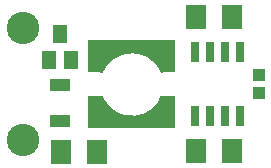
<source format=gts>
G04 EAGLE Gerber RS-274X export*
G75*
%MOMM*%
%FSLAX34Y34*%
%LPD*%
%INSoldermask Top*%
%IPPOS*%
%AMOC8*
5,1,8,0,0,1.08239X$1,22.5*%
G01*
%ADD10R,1.473200X1.473200*%
%ADD11C,0.040638*%
%ADD12R,1.203200X1.603200*%
%ADD13C,2.743200*%
%ADD14R,1.803200X2.103200*%
%ADD15R,0.753200X1.703200*%
%ADD16R,1.803200X1.103200*%
%ADD17R,1.003200X1.003200*%

G36*
X95749Y89258D02*
X95749Y89258D01*
X95848Y89272D01*
X95859Y89278D01*
X95871Y89280D01*
X95957Y89331D01*
X96045Y89379D01*
X96053Y89388D01*
X96064Y89395D01*
X96127Y89472D01*
X96193Y89548D01*
X96198Y89560D01*
X96205Y89569D01*
X96220Y89613D01*
X96265Y89721D01*
X97070Y92928D01*
X98369Y95912D01*
X100140Y98643D01*
X102336Y101046D01*
X104895Y103056D01*
X107750Y104620D01*
X110823Y105693D01*
X114030Y106248D01*
X117284Y106270D01*
X120550Y105749D01*
X120580Y105749D01*
X120728Y105746D01*
X123977Y106149D01*
X127199Y106041D01*
X130364Y105430D01*
X133395Y104331D01*
X136217Y102772D01*
X138760Y100790D01*
X140962Y98435D01*
X142768Y95765D01*
X144134Y92845D01*
X145041Y89699D01*
X145080Y89619D01*
X145114Y89537D01*
X145129Y89519D01*
X145140Y89498D01*
X145205Y89437D01*
X145265Y89371D01*
X145286Y89360D01*
X145303Y89344D01*
X145385Y89309D01*
X145465Y89268D01*
X145490Y89265D01*
X145510Y89257D01*
X145560Y89254D01*
X145650Y89241D01*
X157150Y89241D01*
X157215Y89252D01*
X157281Y89254D01*
X157324Y89272D01*
X157371Y89280D01*
X157428Y89314D01*
X157488Y89339D01*
X157523Y89370D01*
X157564Y89395D01*
X157606Y89446D01*
X157654Y89490D01*
X157676Y89532D01*
X157705Y89569D01*
X157726Y89631D01*
X157757Y89690D01*
X157765Y89744D01*
X157777Y89781D01*
X157776Y89821D01*
X157784Y89875D01*
X157784Y115875D01*
X157773Y115940D01*
X157771Y116006D01*
X157753Y116049D01*
X157745Y116096D01*
X157711Y116153D01*
X157686Y116213D01*
X157655Y116248D01*
X157630Y116289D01*
X157579Y116331D01*
X157535Y116379D01*
X157493Y116401D01*
X157456Y116430D01*
X157394Y116451D01*
X157335Y116482D01*
X157281Y116490D01*
X157244Y116502D01*
X157204Y116501D01*
X157150Y116509D01*
X84150Y116509D01*
X84085Y116498D01*
X84019Y116496D01*
X83976Y116478D01*
X83929Y116470D01*
X83872Y116436D01*
X83812Y116411D01*
X83777Y116380D01*
X83736Y116355D01*
X83695Y116304D01*
X83646Y116260D01*
X83624Y116218D01*
X83595Y116181D01*
X83574Y116119D01*
X83543Y116060D01*
X83535Y116006D01*
X83523Y115969D01*
X83524Y115929D01*
X83516Y115875D01*
X83516Y89875D01*
X83527Y89810D01*
X83529Y89744D01*
X83547Y89701D01*
X83555Y89654D01*
X83589Y89597D01*
X83614Y89537D01*
X83645Y89502D01*
X83670Y89461D01*
X83721Y89420D01*
X83765Y89371D01*
X83807Y89349D01*
X83844Y89320D01*
X83906Y89299D01*
X83965Y89268D01*
X84019Y89260D01*
X84056Y89248D01*
X84096Y89249D01*
X84150Y89241D01*
X95650Y89241D01*
X95749Y89258D01*
G37*
G36*
X157215Y42252D02*
X157215Y42252D01*
X157281Y42254D01*
X157324Y42272D01*
X157371Y42280D01*
X157428Y42314D01*
X157488Y42339D01*
X157523Y42370D01*
X157564Y42395D01*
X157606Y42446D01*
X157654Y42490D01*
X157676Y42532D01*
X157705Y42569D01*
X157726Y42631D01*
X157757Y42690D01*
X157765Y42744D01*
X157777Y42781D01*
X157776Y42821D01*
X157784Y42875D01*
X157784Y68875D01*
X157773Y68940D01*
X157771Y69006D01*
X157753Y69049D01*
X157745Y69096D01*
X157711Y69153D01*
X157686Y69213D01*
X157655Y69248D01*
X157630Y69289D01*
X157579Y69331D01*
X157535Y69379D01*
X157493Y69401D01*
X157456Y69430D01*
X157394Y69451D01*
X157335Y69482D01*
X157281Y69490D01*
X157244Y69502D01*
X157204Y69501D01*
X157150Y69509D01*
X145650Y69509D01*
X145551Y69492D01*
X145452Y69478D01*
X145441Y69472D01*
X145429Y69470D01*
X145343Y69419D01*
X145255Y69371D01*
X145247Y69362D01*
X145236Y69355D01*
X145173Y69278D01*
X145107Y69202D01*
X145102Y69190D01*
X145095Y69181D01*
X145080Y69137D01*
X145035Y69029D01*
X144230Y65822D01*
X142931Y62838D01*
X141160Y60107D01*
X138964Y57704D01*
X136405Y55694D01*
X133550Y54130D01*
X130477Y53057D01*
X127270Y52502D01*
X124016Y52480D01*
X120750Y53001D01*
X120721Y53001D01*
X120572Y53004D01*
X117323Y52601D01*
X114101Y52709D01*
X110936Y53320D01*
X107905Y54419D01*
X105083Y55978D01*
X102540Y57960D01*
X100338Y60315D01*
X98532Y62985D01*
X97166Y65905D01*
X96259Y69051D01*
X96220Y69131D01*
X96186Y69213D01*
X96171Y69231D01*
X96160Y69252D01*
X96095Y69313D01*
X96035Y69379D01*
X96014Y69390D01*
X95997Y69406D01*
X95915Y69441D01*
X95835Y69482D01*
X95810Y69485D01*
X95791Y69494D01*
X95740Y69496D01*
X95650Y69509D01*
X84150Y69509D01*
X84085Y69498D01*
X84019Y69496D01*
X83976Y69478D01*
X83929Y69470D01*
X83872Y69436D01*
X83812Y69411D01*
X83777Y69380D01*
X83736Y69355D01*
X83695Y69304D01*
X83646Y69260D01*
X83624Y69218D01*
X83595Y69181D01*
X83574Y69119D01*
X83543Y69060D01*
X83535Y69006D01*
X83523Y68969D01*
X83524Y68929D01*
X83516Y68875D01*
X83516Y42875D01*
X83527Y42810D01*
X83529Y42744D01*
X83547Y42701D01*
X83555Y42654D01*
X83589Y42597D01*
X83614Y42537D01*
X83645Y42502D01*
X83670Y42461D01*
X83721Y42420D01*
X83765Y42371D01*
X83807Y42349D01*
X83844Y42320D01*
X83906Y42299D01*
X83965Y42268D01*
X84019Y42260D01*
X84056Y42248D01*
X84096Y42249D01*
X84150Y42241D01*
X157150Y42241D01*
X157215Y42252D01*
G37*
D10*
X150650Y49375D03*
X150650Y109375D03*
D11*
X92444Y67580D02*
X95816Y68998D01*
X96083Y68394D01*
X96366Y67797D01*
X96663Y67208D01*
X96974Y66626D01*
X97300Y66051D01*
X97639Y65485D01*
X97992Y64927D01*
X98359Y64378D01*
X98738Y63838D01*
X99131Y63307D01*
X99537Y62786D01*
X99955Y62275D01*
X100386Y61775D01*
X100829Y61285D01*
X101283Y60806D01*
X101749Y60339D01*
X102227Y59882D01*
X102715Y59438D01*
X103214Y59006D01*
X103723Y58586D01*
X104243Y58178D01*
X104772Y57783D01*
X105311Y57402D01*
X105859Y57033D01*
X106415Y56678D01*
X106981Y56337D01*
X107554Y56010D01*
X108135Y55697D01*
X108724Y55398D01*
X109320Y55113D01*
X109922Y54843D01*
X110531Y54588D01*
X111146Y54348D01*
X111767Y54122D01*
X112393Y53912D01*
X113023Y53718D01*
X113659Y53539D01*
X114298Y53375D01*
X114942Y53227D01*
X115589Y53095D01*
X116239Y52978D01*
X116891Y52878D01*
X117546Y52793D01*
X118203Y52724D01*
X118861Y52672D01*
X119520Y52635D01*
X120180Y52615D01*
X120840Y52610D01*
X121500Y52622D01*
X122160Y52650D01*
X122819Y52694D01*
X123476Y52754D01*
X124132Y52830D01*
X124786Y52922D01*
X125437Y53030D01*
X126086Y53154D01*
X126731Y53293D01*
X127373Y53448D01*
X128010Y53619D01*
X128644Y53806D01*
X129272Y54007D01*
X129896Y54224D01*
X130514Y54456D01*
X131126Y54704D01*
X131732Y54966D01*
X132332Y55242D01*
X132924Y55534D01*
X133510Y55839D01*
X134087Y56159D01*
X134657Y56493D01*
X135218Y56840D01*
X135771Y57201D01*
X136315Y57576D01*
X136849Y57964D01*
X137374Y58364D01*
X137889Y58778D01*
X138393Y59203D01*
X138887Y59641D01*
X139371Y60091D01*
X139843Y60553D01*
X140304Y61025D01*
X140753Y61509D01*
X141190Y62004D01*
X141615Y62509D01*
X142027Y63025D01*
X142427Y63550D01*
X142814Y64085D01*
X143188Y64629D01*
X143548Y65183D01*
X143895Y65745D01*
X144228Y66315D01*
X144547Y66893D01*
X144852Y67478D01*
X145142Y68071D01*
X145418Y68671D01*
X145679Y69278D01*
X149066Y67898D01*
X149067Y67897D01*
X148771Y67208D01*
X148458Y66527D01*
X148129Y65853D01*
X147783Y65187D01*
X147421Y64530D01*
X147043Y63882D01*
X146650Y63244D01*
X146241Y62615D01*
X145817Y61996D01*
X145378Y61388D01*
X144924Y60791D01*
X144456Y60205D01*
X143974Y59631D01*
X143477Y59068D01*
X142967Y58518D01*
X142444Y57981D01*
X141908Y57456D01*
X141359Y56945D01*
X140798Y56447D01*
X140225Y55963D01*
X139641Y55493D01*
X139045Y55038D01*
X138438Y54597D01*
X137820Y54172D01*
X137193Y53761D01*
X136555Y53366D01*
X135908Y52986D01*
X135252Y52623D01*
X134588Y52276D01*
X133915Y51944D01*
X133234Y51630D01*
X132545Y51332D01*
X131850Y51051D01*
X131148Y50787D01*
X130440Y50540D01*
X129725Y50311D01*
X129006Y50099D01*
X128282Y49905D01*
X127553Y49729D01*
X126820Y49570D01*
X126083Y49429D01*
X125343Y49307D01*
X124600Y49202D01*
X123855Y49116D01*
X123108Y49047D01*
X122360Y48998D01*
X121611Y48966D01*
X120861Y48952D01*
X120111Y48957D01*
X119361Y48981D01*
X118612Y49022D01*
X117864Y49082D01*
X117118Y49160D01*
X116375Y49256D01*
X115633Y49371D01*
X114895Y49503D01*
X114160Y49653D01*
X113429Y49822D01*
X112703Y50008D01*
X111981Y50211D01*
X111264Y50433D01*
X110553Y50671D01*
X109848Y50927D01*
X109150Y51201D01*
X108458Y51491D01*
X107774Y51798D01*
X107097Y52121D01*
X106429Y52461D01*
X105769Y52817D01*
X105117Y53189D01*
X104475Y53577D01*
X103843Y53981D01*
X103221Y54399D01*
X102609Y54833D01*
X102008Y55282D01*
X101418Y55745D01*
X100840Y56223D01*
X100273Y56714D01*
X99719Y57219D01*
X99177Y57738D01*
X98648Y58269D01*
X98132Y58814D01*
X97629Y59370D01*
X97140Y59939D01*
X96666Y60520D01*
X96205Y61112D01*
X95759Y61715D01*
X95328Y62329D01*
X94912Y62953D01*
X94512Y63587D01*
X94127Y64231D01*
X93758Y64884D01*
X93405Y65545D01*
X93068Y66215D01*
X92747Y66894D01*
X92444Y67579D01*
X92798Y67729D01*
X93098Y67051D01*
X93415Y66382D01*
X93748Y65720D01*
X94096Y65067D01*
X94461Y64422D01*
X94841Y63787D01*
X95236Y63161D01*
X95647Y62544D01*
X96073Y61938D01*
X96513Y61343D01*
X96968Y60758D01*
X97437Y60185D01*
X97919Y59623D01*
X98416Y59074D01*
X98925Y58536D01*
X99448Y58011D01*
X99983Y57499D01*
X100530Y57001D01*
X101090Y56516D01*
X101661Y56044D01*
X102243Y55587D01*
X102837Y55144D01*
X103441Y54715D01*
X104055Y54302D01*
X104680Y53904D01*
X105313Y53521D01*
X105956Y53153D01*
X106608Y52802D01*
X107268Y52466D01*
X107937Y52147D01*
X108612Y51844D01*
X109295Y51557D01*
X109985Y51287D01*
X110681Y51035D01*
X111383Y50799D01*
X112091Y50580D01*
X112803Y50379D01*
X113521Y50196D01*
X114243Y50029D01*
X114968Y49881D01*
X115697Y49750D01*
X116429Y49637D01*
X117163Y49542D01*
X117900Y49465D01*
X118638Y49406D01*
X119378Y49365D01*
X120118Y49342D01*
X120858Y49337D01*
X121599Y49351D01*
X122339Y49382D01*
X123078Y49431D01*
X123815Y49499D01*
X124551Y49584D01*
X125284Y49687D01*
X126015Y49808D01*
X126742Y49947D01*
X127466Y50104D01*
X128186Y50278D01*
X128901Y50470D01*
X129612Y50679D01*
X130317Y50905D01*
X131016Y51149D01*
X131709Y51409D01*
X132396Y51687D01*
X133076Y51981D01*
X133748Y52292D01*
X134412Y52618D01*
X135069Y52961D01*
X135717Y53320D01*
X136355Y53695D01*
X136985Y54085D01*
X137605Y54490D01*
X138214Y54911D01*
X138814Y55346D01*
X139402Y55796D01*
X139979Y56259D01*
X140545Y56737D01*
X141099Y57229D01*
X141641Y57734D01*
X142170Y58251D01*
X142687Y58782D01*
X143190Y59325D01*
X143681Y59881D01*
X144157Y60448D01*
X144619Y61026D01*
X145067Y61616D01*
X145501Y62216D01*
X145920Y62827D01*
X146324Y63448D01*
X146712Y64078D01*
X147085Y64718D01*
X147442Y65367D01*
X147784Y66024D01*
X148109Y66689D01*
X148418Y67362D01*
X148710Y68043D01*
X148353Y68188D01*
X148065Y67516D01*
X147760Y66852D01*
X147439Y66195D01*
X147102Y65546D01*
X146749Y64906D01*
X146381Y64274D01*
X145997Y63652D01*
X145598Y63039D01*
X145185Y62436D01*
X144757Y61843D01*
X144314Y61261D01*
X143858Y60690D01*
X143388Y60130D01*
X142904Y59582D01*
X142407Y59046D01*
X141897Y58522D01*
X141374Y58011D01*
X140839Y57512D01*
X140292Y57027D01*
X139734Y56556D01*
X139164Y56098D01*
X138583Y55654D01*
X137991Y55224D01*
X137389Y54809D01*
X136777Y54409D01*
X136156Y54024D01*
X135525Y53654D01*
X134885Y53300D01*
X134237Y52961D01*
X133581Y52639D01*
X132918Y52332D01*
X132247Y52042D01*
X131569Y51768D01*
X130884Y51511D01*
X130194Y51270D01*
X129498Y51047D01*
X128796Y50840D01*
X128090Y50651D01*
X127380Y50479D01*
X126665Y50324D01*
X125947Y50187D01*
X125226Y50068D01*
X124502Y49966D01*
X123775Y49882D01*
X123047Y49815D01*
X122318Y49766D01*
X121587Y49736D01*
X120856Y49722D01*
X120125Y49727D01*
X119394Y49750D01*
X118664Y49790D01*
X117936Y49849D01*
X117208Y49925D01*
X116483Y50019D01*
X115761Y50130D01*
X115041Y50259D01*
X114325Y50406D01*
X113612Y50570D01*
X112904Y50751D01*
X112200Y50950D01*
X111502Y51165D01*
X110809Y51398D01*
X110122Y51647D01*
X109441Y51914D01*
X108766Y52196D01*
X108099Y52495D01*
X107440Y52811D01*
X106788Y53142D01*
X106144Y53489D01*
X105510Y53852D01*
X104884Y54230D01*
X104267Y54623D01*
X103661Y55031D01*
X103064Y55454D01*
X102479Y55892D01*
X101903Y56343D01*
X101340Y56808D01*
X100787Y57287D01*
X100247Y57780D01*
X99718Y58285D01*
X99203Y58803D01*
X98699Y59334D01*
X98210Y59876D01*
X97733Y60431D01*
X97270Y60997D01*
X96821Y61574D01*
X96386Y62162D01*
X95966Y62760D01*
X95561Y63368D01*
X95170Y63986D01*
X94795Y64614D01*
X94435Y65250D01*
X94090Y65895D01*
X93762Y66548D01*
X93450Y67209D01*
X93153Y67878D01*
X93508Y68027D01*
X93801Y67367D01*
X94109Y66715D01*
X94433Y66070D01*
X94773Y65434D01*
X95129Y64805D01*
X95499Y64186D01*
X95885Y63576D01*
X96285Y62976D01*
X96700Y62385D01*
X97129Y61805D01*
X97572Y61235D01*
X98029Y60677D01*
X98500Y60130D01*
X98983Y59594D01*
X99480Y59070D01*
X99989Y58559D01*
X100511Y58060D01*
X101044Y57574D01*
X101589Y57101D01*
X102146Y56642D01*
X102714Y56196D01*
X103292Y55765D01*
X103881Y55347D01*
X104480Y54945D01*
X105088Y54556D01*
X105706Y54183D01*
X106332Y53825D01*
X106967Y53483D01*
X107611Y53156D01*
X108262Y52844D01*
X108920Y52549D01*
X109586Y52270D01*
X110258Y52007D01*
X110936Y51761D01*
X111621Y51531D01*
X112310Y51319D01*
X113005Y51123D01*
X113704Y50944D01*
X114407Y50782D01*
X115114Y50637D01*
X115824Y50510D01*
X116538Y50400D01*
X117253Y50307D01*
X117971Y50232D01*
X118691Y50175D01*
X119411Y50135D01*
X120132Y50112D01*
X120854Y50107D01*
X121576Y50120D01*
X122297Y50151D01*
X123017Y50199D01*
X123735Y50264D01*
X124452Y50348D01*
X125167Y50448D01*
X125879Y50566D01*
X126588Y50701D01*
X127293Y50854D01*
X127995Y51024D01*
X128692Y51211D01*
X129384Y51414D01*
X130071Y51635D01*
X130753Y51872D01*
X131428Y52126D01*
X132097Y52397D01*
X132760Y52683D01*
X133415Y52986D01*
X134062Y53304D01*
X134702Y53638D01*
X135333Y53988D01*
X135956Y54353D01*
X136569Y54733D01*
X137173Y55128D01*
X137767Y55538D01*
X138351Y55962D01*
X138925Y56400D01*
X139488Y56852D01*
X140039Y57317D01*
X140579Y57796D01*
X141107Y58288D01*
X141623Y58793D01*
X142126Y59310D01*
X142617Y59839D01*
X143095Y60380D01*
X143559Y60933D01*
X144009Y61496D01*
X144446Y62071D01*
X144869Y62656D01*
X145277Y63251D01*
X145671Y63856D01*
X146049Y64470D01*
X146413Y65094D01*
X146761Y65726D01*
X147094Y66366D01*
X147411Y67014D01*
X147712Y67670D01*
X147997Y68333D01*
X147640Y68479D01*
X147359Y67824D01*
X147062Y67177D01*
X146749Y66537D01*
X146421Y65905D01*
X146077Y65281D01*
X145718Y64666D01*
X145344Y64060D01*
X144956Y63463D01*
X144553Y62876D01*
X144136Y62298D01*
X143705Y61731D01*
X143260Y61175D01*
X142802Y60630D01*
X142330Y60096D01*
X141846Y59574D01*
X141349Y59063D01*
X140840Y58565D01*
X140319Y58080D01*
X139786Y57607D01*
X139242Y57148D01*
X138686Y56702D01*
X138120Y56270D01*
X137544Y55851D01*
X136958Y55447D01*
X136361Y55057D01*
X135756Y54682D01*
X135142Y54322D01*
X134519Y53977D01*
X133887Y53647D01*
X133248Y53333D01*
X132602Y53034D01*
X131948Y52751D01*
X131288Y52485D01*
X130621Y52234D01*
X129948Y52000D01*
X129270Y51782D01*
X128587Y51581D01*
X127899Y51397D01*
X127207Y51229D01*
X126511Y51079D01*
X125811Y50945D01*
X125108Y50829D01*
X124403Y50729D01*
X123696Y50647D01*
X122986Y50583D01*
X122276Y50535D01*
X121564Y50505D01*
X120852Y50492D01*
X120140Y50497D01*
X119428Y50519D01*
X118717Y50559D01*
X118007Y50615D01*
X117298Y50689D01*
X116592Y50781D01*
X115888Y50889D01*
X115187Y51015D01*
X114489Y51158D01*
X113795Y51318D01*
X113105Y51494D01*
X112420Y51688D01*
X111739Y51898D01*
X111064Y52124D01*
X110395Y52367D01*
X109731Y52627D01*
X109074Y52902D01*
X108425Y53193D01*
X107782Y53500D01*
X107147Y53823D01*
X106520Y54161D01*
X105902Y54515D01*
X105292Y54883D01*
X104692Y55266D01*
X104101Y55663D01*
X103520Y56075D01*
X102949Y56501D01*
X102389Y56941D01*
X101839Y57394D01*
X101301Y57861D01*
X100775Y58340D01*
X100260Y58833D01*
X99757Y59337D01*
X99267Y59854D01*
X98790Y60383D01*
X98325Y60923D01*
X97874Y61474D01*
X97437Y62036D01*
X97014Y62609D01*
X96604Y63191D01*
X96209Y63784D01*
X95828Y64386D01*
X95463Y64997D01*
X95112Y65617D01*
X94776Y66245D01*
X94456Y66881D01*
X94152Y67525D01*
X93863Y68176D01*
X94218Y68326D01*
X94503Y67683D01*
X94803Y67048D01*
X95119Y66420D01*
X95450Y65800D01*
X95797Y65189D01*
X96157Y64586D01*
X96533Y63992D01*
X96923Y63407D01*
X97327Y62832D01*
X97745Y62267D01*
X98177Y61712D01*
X98622Y61169D01*
X99080Y60636D01*
X99551Y60114D01*
X100035Y59604D01*
X100531Y59106D01*
X101039Y58621D01*
X101558Y58148D01*
X102089Y57687D01*
X102631Y57240D01*
X103184Y56806D01*
X103747Y56386D01*
X104321Y55979D01*
X104904Y55587D01*
X105496Y55209D01*
X106098Y54846D01*
X106708Y54497D01*
X107327Y54164D01*
X107953Y53845D01*
X108587Y53542D01*
X109229Y53255D01*
X109877Y52983D01*
X110531Y52727D01*
X111192Y52487D01*
X111858Y52264D01*
X112530Y52057D01*
X113206Y51866D01*
X113887Y51692D01*
X114572Y51534D01*
X115260Y51393D01*
X115952Y51269D01*
X116646Y51162D01*
X117343Y51072D01*
X118042Y50999D01*
X118743Y50943D01*
X119445Y50904D01*
X120147Y50882D01*
X120850Y50877D01*
X121552Y50890D01*
X122255Y50920D01*
X122956Y50966D01*
X123656Y51030D01*
X124354Y51111D01*
X125050Y51209D01*
X125743Y51324D01*
X126433Y51456D01*
X127120Y51604D01*
X127803Y51770D01*
X128482Y51952D01*
X129156Y52150D01*
X129825Y52365D01*
X130489Y52596D01*
X131147Y52843D01*
X131799Y53106D01*
X132444Y53385D01*
X133082Y53680D01*
X133712Y53990D01*
X134335Y54315D01*
X134950Y54656D01*
X135556Y55011D01*
X136154Y55381D01*
X136742Y55766D01*
X137320Y56165D01*
X137889Y56578D01*
X138448Y57004D01*
X138996Y57444D01*
X139533Y57898D01*
X140059Y58364D01*
X140573Y58843D01*
X141075Y59334D01*
X141566Y59838D01*
X142043Y60353D01*
X142509Y60880D01*
X142961Y61418D01*
X143400Y61967D01*
X143825Y62526D01*
X144237Y63096D01*
X144634Y63675D01*
X145018Y64264D01*
X145387Y64862D01*
X145741Y65469D01*
X146080Y66085D01*
X146404Y66708D01*
X146713Y67340D01*
X147006Y67978D01*
X147284Y68624D01*
X146927Y68769D01*
X146653Y68132D01*
X146364Y67502D01*
X146059Y66879D01*
X145739Y66264D01*
X145405Y65657D01*
X145055Y65058D01*
X144691Y64468D01*
X144313Y63887D01*
X143921Y63315D01*
X143515Y62753D01*
X143095Y62202D01*
X142662Y61660D01*
X142216Y61129D01*
X141757Y60610D01*
X141285Y60101D01*
X140801Y59605D01*
X140306Y59120D01*
X139798Y58648D01*
X139280Y58188D01*
X138750Y57740D01*
X138209Y57306D01*
X137658Y56886D01*
X137097Y56478D01*
X136526Y56085D01*
X135946Y55706D01*
X135356Y55340D01*
X134758Y54990D01*
X134152Y54654D01*
X133537Y54333D01*
X132915Y54027D01*
X132286Y53736D01*
X131649Y53461D01*
X131006Y53202D01*
X130357Y52958D01*
X129703Y52730D01*
X129042Y52518D01*
X128377Y52322D01*
X127708Y52143D01*
X127034Y51980D01*
X126356Y51833D01*
X125675Y51703D01*
X124991Y51590D01*
X124304Y51493D01*
X123616Y51413D01*
X122925Y51350D01*
X122234Y51304D01*
X121541Y51275D01*
X120848Y51262D01*
X120154Y51267D01*
X119461Y51288D01*
X118769Y51327D01*
X118078Y51382D01*
X117388Y51454D01*
X116701Y51543D01*
X116016Y51649D01*
X115333Y51771D01*
X114654Y51910D01*
X113978Y52066D01*
X113307Y52237D01*
X112639Y52426D01*
X111977Y52630D01*
X111320Y52851D01*
X110668Y53087D01*
X110022Y53340D01*
X109383Y53608D01*
X108750Y53891D01*
X108124Y54190D01*
X107506Y54504D01*
X106896Y54833D01*
X106294Y55177D01*
X105701Y55536D01*
X105116Y55908D01*
X104541Y56295D01*
X103975Y56696D01*
X103419Y57111D01*
X102874Y57539D01*
X102339Y57980D01*
X101815Y58434D01*
X101302Y58901D01*
X100801Y59380D01*
X100312Y59871D01*
X99835Y60374D01*
X99370Y60889D01*
X98918Y61414D01*
X98479Y61951D01*
X98053Y62498D01*
X97641Y63055D01*
X97242Y63623D01*
X96857Y64199D01*
X96487Y64785D01*
X96130Y65380D01*
X95789Y65984D01*
X95462Y66595D01*
X95151Y67214D01*
X94854Y67841D01*
X94573Y68475D01*
X94928Y68624D01*
X95205Y67999D01*
X95498Y67381D01*
X95805Y66770D01*
X96128Y66167D01*
X96464Y65572D01*
X96816Y64985D01*
X97181Y64407D01*
X97561Y63838D01*
X97954Y63279D01*
X98361Y62729D01*
X98781Y62190D01*
X99214Y61660D01*
X99660Y61142D01*
X100119Y60634D01*
X100589Y60138D01*
X101072Y59654D01*
X101566Y59181D01*
X102072Y58721D01*
X102589Y58273D01*
X103116Y57838D01*
X103655Y57416D01*
X104203Y57007D01*
X104761Y56611D01*
X105328Y56230D01*
X105905Y55862D01*
X106490Y55509D01*
X107084Y55169D01*
X107686Y54845D01*
X108296Y54535D01*
X108913Y54240D01*
X109537Y53961D01*
X110167Y53696D01*
X110804Y53447D01*
X111447Y53214D01*
X112096Y52996D01*
X112749Y52795D01*
X113407Y52609D01*
X114070Y52439D01*
X114736Y52286D01*
X115406Y52149D01*
X116079Y52028D01*
X116755Y51924D01*
X117433Y51837D01*
X118114Y51765D01*
X118795Y51711D01*
X119478Y51673D01*
X120162Y51652D01*
X120845Y51647D01*
X121529Y51660D01*
X122213Y51688D01*
X122895Y51734D01*
X123576Y51796D01*
X124255Y51875D01*
X124932Y51970D01*
X125607Y52082D01*
X126279Y52210D01*
X126947Y52355D01*
X127612Y52516D01*
X128273Y52693D01*
X128929Y52886D01*
X129580Y53095D01*
X130226Y53319D01*
X130866Y53560D01*
X131500Y53816D01*
X132128Y54087D01*
X132748Y54374D01*
X133362Y54676D01*
X133968Y54992D01*
X134567Y55324D01*
X135157Y55670D01*
X135738Y56030D01*
X136310Y56404D01*
X136874Y56792D01*
X137427Y57193D01*
X137971Y57609D01*
X138504Y58037D01*
X139026Y58478D01*
X139538Y58931D01*
X140039Y59397D01*
X140528Y59875D01*
X141005Y60365D01*
X141470Y60867D01*
X141923Y61379D01*
X142363Y61903D01*
X142790Y62437D01*
X143204Y62981D01*
X143605Y63535D01*
X143992Y64099D01*
X144365Y64672D01*
X144724Y65254D01*
X145069Y65845D01*
X145399Y66444D01*
X145714Y67050D01*
X146015Y67665D01*
X146300Y68286D01*
X146571Y68914D01*
X146214Y69060D01*
X145948Y68440D01*
X145666Y67827D01*
X145369Y67222D01*
X145058Y66623D01*
X144732Y66033D01*
X144392Y65450D01*
X144038Y64876D01*
X143670Y64311D01*
X143289Y63755D01*
X142893Y63209D01*
X142485Y62672D01*
X142064Y62145D01*
X141630Y61629D01*
X141183Y61124D01*
X140725Y60629D01*
X140254Y60146D01*
X139772Y59675D01*
X139278Y59215D01*
X138773Y58768D01*
X138258Y58333D01*
X137732Y57911D01*
X137196Y57501D01*
X136650Y57105D01*
X136095Y56723D01*
X135530Y56354D01*
X134957Y55999D01*
X134375Y55658D01*
X133785Y55331D01*
X133187Y55019D01*
X132582Y54721D01*
X131970Y54438D01*
X131351Y54171D01*
X130725Y53918D01*
X130094Y53681D01*
X129457Y53459D01*
X128815Y53253D01*
X128168Y53063D01*
X127516Y52888D01*
X126861Y52730D01*
X126202Y52587D01*
X125539Y52461D01*
X124874Y52351D01*
X124206Y52257D01*
X123536Y52179D01*
X122864Y52118D01*
X122191Y52073D01*
X121518Y52044D01*
X120843Y52032D01*
X120169Y52037D01*
X119495Y52058D01*
X118821Y52095D01*
X118149Y52149D01*
X117478Y52219D01*
X116810Y52305D01*
X116143Y52408D01*
X115479Y52527D01*
X114818Y52662D01*
X114161Y52813D01*
X113508Y52981D01*
X112859Y53164D01*
X112214Y53363D01*
X111575Y53577D01*
X110941Y53807D01*
X110313Y54053D01*
X109691Y54313D01*
X109075Y54589D01*
X108467Y54880D01*
X107865Y55185D01*
X107272Y55505D01*
X106686Y55840D01*
X106109Y56188D01*
X105540Y56551D01*
X104981Y56927D01*
X104430Y57317D01*
X103890Y57721D01*
X103359Y58137D01*
X102839Y58566D01*
X102329Y59008D01*
X101830Y59462D01*
X101343Y59928D01*
X100867Y60405D01*
X100403Y60895D01*
X99950Y61395D01*
X99511Y61906D01*
X99083Y62428D01*
X98669Y62960D01*
X98268Y63502D01*
X97880Y64054D01*
X97505Y64615D01*
X97145Y65185D01*
X96798Y65763D01*
X96466Y66350D01*
X96148Y66945D01*
X95845Y67547D01*
X95556Y68157D01*
X95283Y68773D01*
X95638Y68923D01*
X95907Y68315D01*
X96192Y67714D01*
X96491Y67120D01*
X96805Y66534D01*
X97132Y65955D01*
X97474Y65385D01*
X97830Y64823D01*
X98199Y64270D01*
X98581Y63726D01*
X98977Y63191D01*
X99386Y62667D01*
X99807Y62152D01*
X100241Y61648D01*
X100686Y61155D01*
X101144Y60672D01*
X101614Y60201D01*
X102094Y59742D01*
X102586Y59294D01*
X103089Y58859D01*
X103602Y58436D01*
X104125Y58025D01*
X104658Y57628D01*
X105201Y57243D01*
X105752Y56872D01*
X106313Y56515D01*
X106882Y56171D01*
X107460Y55841D01*
X108045Y55526D01*
X108638Y55225D01*
X109238Y54938D01*
X109845Y54666D01*
X110458Y54409D01*
X111077Y54167D01*
X111703Y53940D01*
X112333Y53729D01*
X112968Y53533D01*
X113608Y53352D01*
X114253Y53187D01*
X114901Y53038D01*
X115552Y52905D01*
X116207Y52788D01*
X116864Y52687D01*
X117523Y52601D01*
X118185Y52532D01*
X118848Y52479D01*
X119512Y52442D01*
X120176Y52422D01*
X120841Y52417D01*
X121506Y52429D01*
X122170Y52457D01*
X122834Y52502D01*
X123496Y52562D01*
X124157Y52639D01*
X124815Y52731D01*
X125471Y52840D01*
X126124Y52965D01*
X126774Y53105D01*
X127421Y53261D01*
X128063Y53433D01*
X128701Y53621D01*
X129334Y53824D01*
X129962Y54043D01*
X130585Y54277D01*
X131201Y54526D01*
X131812Y54790D01*
X132415Y55068D01*
X133012Y55362D01*
X133601Y55669D01*
X134183Y55992D01*
X134757Y56328D01*
X135322Y56678D01*
X135879Y57042D01*
X136427Y57419D01*
X136965Y57809D01*
X137493Y58213D01*
X138012Y58629D01*
X138520Y59058D01*
X139018Y59499D01*
X139505Y59952D01*
X139980Y60417D01*
X140444Y60893D01*
X140896Y61381D01*
X141337Y61879D01*
X141765Y62388D01*
X142180Y62907D01*
X142583Y63436D01*
X142973Y63975D01*
X143349Y64523D01*
X143712Y65080D01*
X144061Y65646D01*
X144396Y66221D01*
X144718Y66803D01*
X145024Y67393D01*
X145317Y67990D01*
X145595Y68594D01*
X145858Y69205D01*
X148856Y91170D02*
X145484Y89752D01*
X145217Y90356D01*
X144934Y90953D01*
X144637Y91542D01*
X144326Y92124D01*
X144000Y92699D01*
X143661Y93265D01*
X143308Y93823D01*
X142941Y94372D01*
X142562Y94912D01*
X142169Y95443D01*
X141763Y95964D01*
X141345Y96475D01*
X140914Y96975D01*
X140471Y97465D01*
X140017Y97944D01*
X139551Y98411D01*
X139073Y98868D01*
X138585Y99312D01*
X138086Y99744D01*
X137577Y100164D01*
X137057Y100572D01*
X136528Y100967D01*
X135989Y101348D01*
X135441Y101717D01*
X134885Y102072D01*
X134319Y102413D01*
X133746Y102740D01*
X133165Y103053D01*
X132576Y103352D01*
X131980Y103637D01*
X131378Y103907D01*
X130769Y104162D01*
X130154Y104402D01*
X129533Y104628D01*
X128907Y104838D01*
X128277Y105032D01*
X127641Y105211D01*
X127002Y105375D01*
X126358Y105523D01*
X125711Y105655D01*
X125061Y105772D01*
X124409Y105872D01*
X123754Y105957D01*
X123097Y106026D01*
X122439Y106078D01*
X121780Y106115D01*
X121120Y106135D01*
X120460Y106140D01*
X119800Y106128D01*
X119140Y106100D01*
X118481Y106056D01*
X117824Y105996D01*
X117168Y105920D01*
X116514Y105828D01*
X115863Y105720D01*
X115214Y105596D01*
X114569Y105457D01*
X113927Y105302D01*
X113290Y105131D01*
X112656Y104944D01*
X112028Y104743D01*
X111404Y104526D01*
X110786Y104294D01*
X110174Y104046D01*
X109568Y103784D01*
X108968Y103508D01*
X108376Y103216D01*
X107790Y102911D01*
X107213Y102591D01*
X106643Y102257D01*
X106082Y101910D01*
X105529Y101549D01*
X104985Y101174D01*
X104451Y100786D01*
X103926Y100386D01*
X103411Y99972D01*
X102907Y99547D01*
X102413Y99109D01*
X101929Y98659D01*
X101457Y98197D01*
X100996Y97725D01*
X100547Y97241D01*
X100110Y96746D01*
X99685Y96241D01*
X99273Y95725D01*
X98873Y95200D01*
X98486Y94665D01*
X98112Y94121D01*
X97752Y93567D01*
X97405Y93005D01*
X97072Y92435D01*
X96753Y91857D01*
X96448Y91272D01*
X96158Y90679D01*
X95882Y90079D01*
X95621Y89472D01*
X92234Y90852D01*
X92233Y90853D01*
X92529Y91542D01*
X92842Y92223D01*
X93171Y92897D01*
X93517Y93563D01*
X93879Y94220D01*
X94257Y94868D01*
X94650Y95506D01*
X95059Y96135D01*
X95483Y96754D01*
X95922Y97362D01*
X96376Y97959D01*
X96844Y98545D01*
X97326Y99119D01*
X97823Y99682D01*
X98333Y100232D01*
X98856Y100769D01*
X99392Y101294D01*
X99941Y101805D01*
X100502Y102303D01*
X101075Y102787D01*
X101659Y103257D01*
X102255Y103712D01*
X102862Y104153D01*
X103480Y104578D01*
X104107Y104989D01*
X104745Y105384D01*
X105392Y105764D01*
X106048Y106127D01*
X106712Y106474D01*
X107385Y106806D01*
X108066Y107120D01*
X108755Y107418D01*
X109450Y107699D01*
X110152Y107963D01*
X110860Y108210D01*
X111575Y108439D01*
X112294Y108651D01*
X113018Y108845D01*
X113747Y109021D01*
X114480Y109180D01*
X115217Y109321D01*
X115957Y109443D01*
X116700Y109548D01*
X117445Y109634D01*
X118192Y109703D01*
X118940Y109752D01*
X119689Y109784D01*
X120439Y109798D01*
X121189Y109793D01*
X121939Y109769D01*
X122688Y109728D01*
X123436Y109668D01*
X124182Y109590D01*
X124925Y109494D01*
X125667Y109379D01*
X126405Y109247D01*
X127140Y109097D01*
X127871Y108928D01*
X128597Y108742D01*
X129319Y108539D01*
X130036Y108317D01*
X130747Y108079D01*
X131452Y107823D01*
X132150Y107549D01*
X132842Y107259D01*
X133526Y106952D01*
X134203Y106629D01*
X134871Y106289D01*
X135531Y105933D01*
X136183Y105561D01*
X136825Y105173D01*
X137457Y104769D01*
X138079Y104351D01*
X138691Y103917D01*
X139292Y103468D01*
X139882Y103005D01*
X140460Y102527D01*
X141027Y102036D01*
X141581Y101531D01*
X142123Y101012D01*
X142652Y100481D01*
X143168Y99936D01*
X143671Y99380D01*
X144160Y98811D01*
X144634Y98230D01*
X145095Y97638D01*
X145541Y97035D01*
X145972Y96421D01*
X146388Y95797D01*
X146788Y95163D01*
X147173Y94519D01*
X147542Y93866D01*
X147895Y93205D01*
X148232Y92535D01*
X148553Y91856D01*
X148856Y91171D01*
X148502Y91021D01*
X148202Y91699D01*
X147885Y92368D01*
X147552Y93030D01*
X147204Y93683D01*
X146839Y94328D01*
X146459Y94963D01*
X146064Y95589D01*
X145653Y96206D01*
X145227Y96812D01*
X144787Y97407D01*
X144332Y97992D01*
X143863Y98565D01*
X143381Y99127D01*
X142884Y99676D01*
X142375Y100214D01*
X141852Y100739D01*
X141317Y101251D01*
X140770Y101749D01*
X140210Y102234D01*
X139639Y102706D01*
X139057Y103163D01*
X138463Y103606D01*
X137859Y104035D01*
X137245Y104448D01*
X136620Y104846D01*
X135987Y105229D01*
X135344Y105597D01*
X134692Y105948D01*
X134032Y106284D01*
X133363Y106603D01*
X132688Y106906D01*
X132005Y107193D01*
X131315Y107463D01*
X130619Y107715D01*
X129917Y107951D01*
X129209Y108170D01*
X128497Y108371D01*
X127779Y108554D01*
X127057Y108721D01*
X126332Y108869D01*
X125603Y109000D01*
X124871Y109113D01*
X124137Y109208D01*
X123400Y109285D01*
X122662Y109344D01*
X121922Y109385D01*
X121182Y109408D01*
X120442Y109413D01*
X119701Y109399D01*
X118961Y109368D01*
X118222Y109319D01*
X117485Y109251D01*
X116749Y109166D01*
X116016Y109063D01*
X115285Y108942D01*
X114558Y108803D01*
X113834Y108646D01*
X113114Y108472D01*
X112399Y108280D01*
X111688Y108071D01*
X110983Y107845D01*
X110284Y107601D01*
X109591Y107341D01*
X108904Y107063D01*
X108224Y106769D01*
X107552Y106458D01*
X106888Y106132D01*
X106231Y105789D01*
X105583Y105430D01*
X104945Y105055D01*
X104315Y104665D01*
X103695Y104260D01*
X103086Y103839D01*
X102486Y103404D01*
X101898Y102954D01*
X101321Y102491D01*
X100755Y102013D01*
X100201Y101521D01*
X99659Y101016D01*
X99130Y100499D01*
X98613Y99968D01*
X98110Y99425D01*
X97619Y98869D01*
X97143Y98302D01*
X96681Y97724D01*
X96233Y97134D01*
X95799Y96534D01*
X95380Y95923D01*
X94976Y95302D01*
X94588Y94672D01*
X94215Y94032D01*
X93858Y93383D01*
X93516Y92726D01*
X93191Y92061D01*
X92882Y91388D01*
X92590Y90707D01*
X92947Y90562D01*
X93235Y91234D01*
X93540Y91898D01*
X93861Y92555D01*
X94198Y93204D01*
X94551Y93844D01*
X94919Y94476D01*
X95303Y95098D01*
X95702Y95711D01*
X96115Y96314D01*
X96543Y96907D01*
X96986Y97489D01*
X97442Y98060D01*
X97912Y98620D01*
X98396Y99168D01*
X98893Y99704D01*
X99403Y100228D01*
X99926Y100739D01*
X100461Y101238D01*
X101008Y101723D01*
X101566Y102194D01*
X102136Y102652D01*
X102717Y103096D01*
X103309Y103526D01*
X103911Y103941D01*
X104523Y104341D01*
X105144Y104726D01*
X105775Y105096D01*
X106415Y105450D01*
X107063Y105789D01*
X107719Y106111D01*
X108382Y106418D01*
X109053Y106708D01*
X109731Y106982D01*
X110416Y107239D01*
X111106Y107480D01*
X111802Y107703D01*
X112504Y107910D01*
X113210Y108099D01*
X113920Y108271D01*
X114635Y108426D01*
X115353Y108563D01*
X116074Y108682D01*
X116798Y108784D01*
X117525Y108868D01*
X118253Y108935D01*
X118982Y108984D01*
X119713Y109014D01*
X120444Y109028D01*
X121175Y109023D01*
X121906Y109000D01*
X122636Y108960D01*
X123364Y108901D01*
X124092Y108825D01*
X124817Y108731D01*
X125539Y108620D01*
X126259Y108491D01*
X126975Y108344D01*
X127688Y108180D01*
X128396Y107999D01*
X129100Y107800D01*
X129798Y107585D01*
X130491Y107352D01*
X131178Y107103D01*
X131859Y106836D01*
X132534Y106554D01*
X133201Y106255D01*
X133860Y105939D01*
X134512Y105608D01*
X135156Y105261D01*
X135790Y104898D01*
X136416Y104520D01*
X137033Y104127D01*
X137639Y103719D01*
X138236Y103296D01*
X138821Y102858D01*
X139397Y102407D01*
X139960Y101942D01*
X140513Y101463D01*
X141053Y100970D01*
X141582Y100465D01*
X142097Y99947D01*
X142601Y99416D01*
X143090Y98874D01*
X143567Y98319D01*
X144030Y97753D01*
X144479Y97176D01*
X144914Y96588D01*
X145334Y95990D01*
X145739Y95382D01*
X146130Y94764D01*
X146505Y94136D01*
X146865Y93500D01*
X147210Y92855D01*
X147538Y92202D01*
X147850Y91541D01*
X148147Y90872D01*
X147792Y90723D01*
X147499Y91383D01*
X147191Y92035D01*
X146867Y92680D01*
X146527Y93316D01*
X146171Y93945D01*
X145801Y94564D01*
X145415Y95174D01*
X145015Y95774D01*
X144600Y96365D01*
X144171Y96945D01*
X143728Y97515D01*
X143271Y98073D01*
X142800Y98620D01*
X142317Y99156D01*
X141820Y99680D01*
X141311Y100191D01*
X140789Y100690D01*
X140256Y101176D01*
X139711Y101649D01*
X139154Y102108D01*
X138586Y102554D01*
X138008Y102985D01*
X137419Y103403D01*
X136820Y103805D01*
X136212Y104194D01*
X135594Y104567D01*
X134968Y104925D01*
X134333Y105267D01*
X133689Y105594D01*
X133038Y105906D01*
X132380Y106201D01*
X131714Y106480D01*
X131042Y106743D01*
X130364Y106989D01*
X129679Y107219D01*
X128990Y107431D01*
X128295Y107627D01*
X127596Y107806D01*
X126893Y107968D01*
X126186Y108113D01*
X125476Y108240D01*
X124762Y108350D01*
X124047Y108443D01*
X123329Y108518D01*
X122609Y108575D01*
X121889Y108615D01*
X121168Y108638D01*
X120446Y108643D01*
X119724Y108630D01*
X119003Y108599D01*
X118283Y108551D01*
X117565Y108486D01*
X116848Y108402D01*
X116133Y108302D01*
X115421Y108184D01*
X114712Y108049D01*
X114007Y107896D01*
X113305Y107726D01*
X112608Y107539D01*
X111916Y107336D01*
X111229Y107115D01*
X110547Y106878D01*
X109872Y106624D01*
X109203Y106353D01*
X108540Y106067D01*
X107885Y105764D01*
X107238Y105446D01*
X106598Y105112D01*
X105967Y104762D01*
X105344Y104397D01*
X104731Y104017D01*
X104127Y103622D01*
X103533Y103212D01*
X102949Y102788D01*
X102375Y102350D01*
X101812Y101898D01*
X101261Y101433D01*
X100721Y100954D01*
X100193Y100462D01*
X99677Y99957D01*
X99174Y99440D01*
X98683Y98911D01*
X98205Y98370D01*
X97741Y97817D01*
X97291Y97254D01*
X96854Y96679D01*
X96431Y96094D01*
X96023Y95499D01*
X95629Y94894D01*
X95251Y94280D01*
X94887Y93656D01*
X94539Y93024D01*
X94206Y92384D01*
X93889Y91736D01*
X93588Y91080D01*
X93303Y90417D01*
X93660Y90271D01*
X93941Y90926D01*
X94238Y91573D01*
X94551Y92213D01*
X94879Y92845D01*
X95223Y93469D01*
X95582Y94084D01*
X95956Y94690D01*
X96344Y95287D01*
X96747Y95874D01*
X97164Y96452D01*
X97595Y97019D01*
X98040Y97575D01*
X98498Y98120D01*
X98970Y98654D01*
X99454Y99176D01*
X99951Y99687D01*
X100460Y100185D01*
X100981Y100670D01*
X101514Y101143D01*
X102058Y101602D01*
X102614Y102048D01*
X103180Y102480D01*
X103756Y102899D01*
X104342Y103303D01*
X104939Y103693D01*
X105544Y104068D01*
X106158Y104428D01*
X106781Y104773D01*
X107413Y105103D01*
X108052Y105417D01*
X108698Y105716D01*
X109352Y105999D01*
X110012Y106265D01*
X110679Y106516D01*
X111352Y106750D01*
X112030Y106968D01*
X112713Y107169D01*
X113401Y107353D01*
X114093Y107521D01*
X114789Y107671D01*
X115489Y107805D01*
X116192Y107921D01*
X116897Y108021D01*
X117604Y108103D01*
X118314Y108167D01*
X119024Y108215D01*
X119736Y108245D01*
X120448Y108258D01*
X121160Y108253D01*
X121872Y108231D01*
X122583Y108191D01*
X123293Y108135D01*
X124002Y108061D01*
X124708Y107969D01*
X125412Y107861D01*
X126113Y107735D01*
X126811Y107592D01*
X127505Y107432D01*
X128195Y107256D01*
X128880Y107062D01*
X129561Y106852D01*
X130236Y106626D01*
X130905Y106383D01*
X131569Y106123D01*
X132226Y105848D01*
X132875Y105557D01*
X133518Y105250D01*
X134153Y104927D01*
X134780Y104589D01*
X135398Y104235D01*
X136008Y103867D01*
X136608Y103484D01*
X137199Y103087D01*
X137780Y102675D01*
X138351Y102249D01*
X138911Y101809D01*
X139461Y101356D01*
X139999Y100889D01*
X140525Y100410D01*
X141040Y99917D01*
X141543Y99413D01*
X142033Y98896D01*
X142510Y98367D01*
X142975Y97827D01*
X143426Y97276D01*
X143863Y96714D01*
X144286Y96141D01*
X144696Y95559D01*
X145091Y94966D01*
X145472Y94364D01*
X145837Y93753D01*
X146188Y93133D01*
X146524Y92505D01*
X146844Y91869D01*
X147148Y91225D01*
X147437Y90574D01*
X147082Y90424D01*
X146797Y91067D01*
X146497Y91702D01*
X146181Y92330D01*
X145850Y92950D01*
X145503Y93561D01*
X145143Y94164D01*
X144767Y94758D01*
X144377Y95343D01*
X143973Y95918D01*
X143555Y96483D01*
X143123Y97038D01*
X142678Y97581D01*
X142220Y98114D01*
X141749Y98636D01*
X141265Y99146D01*
X140769Y99644D01*
X140261Y100129D01*
X139742Y100602D01*
X139211Y101063D01*
X138669Y101510D01*
X138116Y101944D01*
X137553Y102364D01*
X136979Y102771D01*
X136396Y103163D01*
X135804Y103541D01*
X135202Y103904D01*
X134592Y104253D01*
X133973Y104586D01*
X133347Y104905D01*
X132713Y105208D01*
X132071Y105495D01*
X131423Y105767D01*
X130769Y106023D01*
X130108Y106263D01*
X129442Y106486D01*
X128770Y106693D01*
X128094Y106884D01*
X127413Y107058D01*
X126728Y107216D01*
X126040Y107357D01*
X125348Y107481D01*
X124654Y107588D01*
X123957Y107678D01*
X123258Y107751D01*
X122557Y107807D01*
X121855Y107846D01*
X121153Y107868D01*
X120450Y107873D01*
X119748Y107860D01*
X119045Y107830D01*
X118344Y107784D01*
X117644Y107720D01*
X116946Y107639D01*
X116250Y107541D01*
X115557Y107426D01*
X114867Y107294D01*
X114180Y107146D01*
X113497Y106980D01*
X112818Y106798D01*
X112144Y106600D01*
X111475Y106385D01*
X110811Y106154D01*
X110153Y105907D01*
X109501Y105644D01*
X108856Y105365D01*
X108218Y105070D01*
X107588Y104760D01*
X106965Y104435D01*
X106350Y104094D01*
X105744Y103739D01*
X105146Y103369D01*
X104558Y102984D01*
X103980Y102585D01*
X103411Y102172D01*
X102852Y101746D01*
X102304Y101306D01*
X101767Y100852D01*
X101241Y100386D01*
X100727Y99907D01*
X100225Y99416D01*
X99734Y98912D01*
X99257Y98397D01*
X98791Y97870D01*
X98339Y97332D01*
X97900Y96783D01*
X97475Y96224D01*
X97063Y95654D01*
X96666Y95075D01*
X96282Y94486D01*
X95913Y93888D01*
X95559Y93281D01*
X95220Y92665D01*
X94896Y92042D01*
X94587Y91410D01*
X94294Y90772D01*
X94016Y90126D01*
X94373Y89981D01*
X94647Y90618D01*
X94936Y91248D01*
X95241Y91871D01*
X95561Y92486D01*
X95895Y93093D01*
X96245Y93692D01*
X96609Y94282D01*
X96987Y94863D01*
X97379Y95435D01*
X97785Y95997D01*
X98205Y96548D01*
X98638Y97090D01*
X99084Y97621D01*
X99543Y98140D01*
X100015Y98649D01*
X100499Y99145D01*
X100994Y99630D01*
X101502Y100102D01*
X102020Y100562D01*
X102550Y101010D01*
X103091Y101444D01*
X103642Y101864D01*
X104203Y102272D01*
X104774Y102665D01*
X105354Y103044D01*
X105944Y103410D01*
X106542Y103760D01*
X107148Y104096D01*
X107763Y104417D01*
X108385Y104723D01*
X109014Y105014D01*
X109651Y105289D01*
X110294Y105548D01*
X110943Y105792D01*
X111597Y106020D01*
X112258Y106232D01*
X112923Y106428D01*
X113592Y106607D01*
X114266Y106770D01*
X114944Y106917D01*
X115625Y107047D01*
X116309Y107160D01*
X116996Y107257D01*
X117684Y107337D01*
X118375Y107400D01*
X119066Y107446D01*
X119759Y107475D01*
X120452Y107488D01*
X121146Y107483D01*
X121839Y107462D01*
X122531Y107423D01*
X123222Y107368D01*
X123912Y107296D01*
X124599Y107207D01*
X125284Y107101D01*
X125967Y106979D01*
X126646Y106840D01*
X127322Y106684D01*
X127993Y106513D01*
X128661Y106324D01*
X129323Y106120D01*
X129980Y105899D01*
X130632Y105663D01*
X131278Y105410D01*
X131917Y105142D01*
X132550Y104859D01*
X133176Y104560D01*
X133794Y104246D01*
X134404Y103917D01*
X135006Y103573D01*
X135599Y103214D01*
X136184Y102842D01*
X136759Y102455D01*
X137325Y102054D01*
X137881Y101639D01*
X138426Y101211D01*
X138961Y100770D01*
X139485Y100316D01*
X139998Y99849D01*
X140499Y99370D01*
X140988Y98879D01*
X141465Y98376D01*
X141930Y97861D01*
X142382Y97336D01*
X142821Y96799D01*
X143247Y96252D01*
X143659Y95695D01*
X144058Y95127D01*
X144443Y94551D01*
X144813Y93965D01*
X145170Y93370D01*
X145511Y92766D01*
X145838Y92155D01*
X146149Y91536D01*
X146446Y90909D01*
X146727Y90275D01*
X146372Y90126D01*
X146095Y90751D01*
X145802Y91369D01*
X145495Y91980D01*
X145172Y92583D01*
X144836Y93178D01*
X144484Y93765D01*
X144119Y94343D01*
X143739Y94912D01*
X143346Y95471D01*
X142939Y96021D01*
X142519Y96560D01*
X142086Y97090D01*
X141640Y97608D01*
X141181Y98116D01*
X140711Y98612D01*
X140228Y99096D01*
X139734Y99569D01*
X139228Y100029D01*
X138711Y100477D01*
X138184Y100912D01*
X137645Y101334D01*
X137097Y101743D01*
X136539Y102139D01*
X135972Y102520D01*
X135395Y102888D01*
X134810Y103241D01*
X134216Y103581D01*
X133614Y103905D01*
X133004Y104215D01*
X132387Y104510D01*
X131763Y104789D01*
X131133Y105054D01*
X130496Y105303D01*
X129853Y105536D01*
X129204Y105754D01*
X128551Y105955D01*
X127893Y106141D01*
X127230Y106311D01*
X126564Y106464D01*
X125894Y106601D01*
X125221Y106722D01*
X124545Y106826D01*
X123867Y106913D01*
X123186Y106985D01*
X122505Y107039D01*
X121822Y107077D01*
X121138Y107098D01*
X120455Y107103D01*
X119771Y107090D01*
X119087Y107062D01*
X118405Y107016D01*
X117724Y106954D01*
X117045Y106875D01*
X116368Y106780D01*
X115693Y106668D01*
X115021Y106540D01*
X114353Y106395D01*
X113688Y106234D01*
X113027Y106057D01*
X112371Y105864D01*
X111720Y105655D01*
X111074Y105431D01*
X110434Y105190D01*
X109800Y104934D01*
X109172Y104663D01*
X108552Y104376D01*
X107938Y104074D01*
X107332Y103758D01*
X106733Y103426D01*
X106143Y103080D01*
X105562Y102720D01*
X104990Y102346D01*
X104426Y101958D01*
X103873Y101557D01*
X103329Y101141D01*
X102796Y100713D01*
X102274Y100272D01*
X101762Y99819D01*
X101261Y99353D01*
X100772Y98875D01*
X100295Y98385D01*
X99830Y97883D01*
X99377Y97371D01*
X98937Y96847D01*
X98510Y96313D01*
X98096Y95769D01*
X97695Y95215D01*
X97308Y94651D01*
X96935Y94078D01*
X96576Y93496D01*
X96231Y92905D01*
X95901Y92306D01*
X95586Y91700D01*
X95285Y91085D01*
X95000Y90464D01*
X94729Y89836D01*
X95086Y89690D01*
X95352Y90310D01*
X95634Y90923D01*
X95931Y91528D01*
X96242Y92127D01*
X96568Y92717D01*
X96908Y93300D01*
X97262Y93874D01*
X97630Y94439D01*
X98011Y94995D01*
X98407Y95541D01*
X98815Y96078D01*
X99236Y96605D01*
X99670Y97121D01*
X100117Y97626D01*
X100575Y98121D01*
X101046Y98604D01*
X101528Y99075D01*
X102022Y99535D01*
X102527Y99982D01*
X103042Y100417D01*
X103568Y100839D01*
X104104Y101249D01*
X104650Y101645D01*
X105205Y102027D01*
X105770Y102396D01*
X106343Y102751D01*
X106925Y103092D01*
X107515Y103419D01*
X108113Y103731D01*
X108718Y104029D01*
X109330Y104312D01*
X109949Y104579D01*
X110575Y104832D01*
X111206Y105069D01*
X111843Y105291D01*
X112485Y105497D01*
X113132Y105687D01*
X113784Y105862D01*
X114439Y106020D01*
X115098Y106163D01*
X115761Y106289D01*
X116426Y106399D01*
X117094Y106493D01*
X117764Y106571D01*
X118436Y106632D01*
X119109Y106677D01*
X119782Y106706D01*
X120457Y106718D01*
X121131Y106713D01*
X121805Y106692D01*
X122479Y106655D01*
X123151Y106601D01*
X123822Y106531D01*
X124490Y106445D01*
X125157Y106342D01*
X125821Y106223D01*
X126482Y106088D01*
X127139Y105937D01*
X127792Y105769D01*
X128441Y105586D01*
X129086Y105387D01*
X129725Y105173D01*
X130359Y104943D01*
X130987Y104697D01*
X131609Y104437D01*
X132225Y104161D01*
X132833Y103870D01*
X133435Y103565D01*
X134028Y103245D01*
X134614Y102910D01*
X135191Y102562D01*
X135760Y102199D01*
X136319Y101823D01*
X136870Y101433D01*
X137410Y101029D01*
X137941Y100613D01*
X138461Y100184D01*
X138971Y99742D01*
X139470Y99288D01*
X139957Y98822D01*
X140433Y98345D01*
X140897Y97855D01*
X141350Y97355D01*
X141789Y96844D01*
X142217Y96322D01*
X142631Y95790D01*
X143032Y95248D01*
X143420Y94696D01*
X143795Y94135D01*
X144155Y93565D01*
X144502Y92987D01*
X144834Y92400D01*
X145152Y91805D01*
X145455Y91203D01*
X145744Y90593D01*
X146017Y89977D01*
X145662Y89827D01*
X145393Y90435D01*
X145108Y91036D01*
X144809Y91630D01*
X144495Y92216D01*
X144168Y92795D01*
X143826Y93365D01*
X143470Y93927D01*
X143101Y94480D01*
X142719Y95024D01*
X142323Y95559D01*
X141914Y96083D01*
X141493Y96598D01*
X141059Y97102D01*
X140614Y97595D01*
X140156Y98078D01*
X139686Y98549D01*
X139206Y99008D01*
X138714Y99456D01*
X138211Y99891D01*
X137698Y100314D01*
X137175Y100725D01*
X136642Y101122D01*
X136099Y101507D01*
X135548Y101878D01*
X134987Y102235D01*
X134418Y102579D01*
X133840Y102909D01*
X133255Y103224D01*
X132662Y103525D01*
X132062Y103812D01*
X131455Y104084D01*
X130842Y104341D01*
X130223Y104583D01*
X129597Y104810D01*
X128967Y105021D01*
X128332Y105217D01*
X127692Y105398D01*
X127047Y105563D01*
X126399Y105712D01*
X125748Y105845D01*
X125093Y105962D01*
X124436Y106063D01*
X123777Y106149D01*
X123115Y106218D01*
X122452Y106271D01*
X121788Y106308D01*
X121124Y106328D01*
X120459Y106333D01*
X119794Y106321D01*
X119130Y106293D01*
X118466Y106248D01*
X117804Y106188D01*
X117143Y106111D01*
X116485Y106019D01*
X115829Y105910D01*
X115176Y105785D01*
X114526Y105645D01*
X113879Y105489D01*
X113237Y105317D01*
X112599Y105129D01*
X111966Y104926D01*
X111338Y104707D01*
X110715Y104473D01*
X110099Y104224D01*
X109488Y103960D01*
X108885Y103682D01*
X108288Y103388D01*
X107699Y103081D01*
X107117Y102758D01*
X106543Y102422D01*
X105978Y102072D01*
X105421Y101708D01*
X104873Y101331D01*
X104335Y100941D01*
X103807Y100537D01*
X103288Y100121D01*
X102780Y99692D01*
X102282Y99251D01*
X101795Y98798D01*
X101320Y98333D01*
X100856Y97857D01*
X100404Y97369D01*
X99963Y96871D01*
X99535Y96362D01*
X99120Y95843D01*
X98717Y95314D01*
X98327Y94775D01*
X97951Y94227D01*
X97588Y93670D01*
X97239Y93104D01*
X96904Y92529D01*
X96582Y91947D01*
X96276Y91357D01*
X95983Y90760D01*
X95705Y90156D01*
X95442Y89545D01*
D12*
X50825Y100125D03*
X69825Y100125D03*
X60325Y122125D03*
D13*
X28575Y31750D03*
X28575Y127000D03*
D14*
X91700Y22225D03*
X60700Y22225D03*
D15*
X212725Y106375D03*
X200025Y106375D03*
X187325Y106375D03*
X174625Y106375D03*
X174625Y52375D03*
X187325Y52375D03*
X200025Y52375D03*
X212725Y52375D03*
D16*
X60325Y48000D03*
X60325Y79000D03*
D17*
X228600Y86875D03*
X228600Y71875D03*
D14*
X175000Y136525D03*
X206000Y136525D03*
X175000Y22860D03*
X206000Y22860D03*
M02*

</source>
